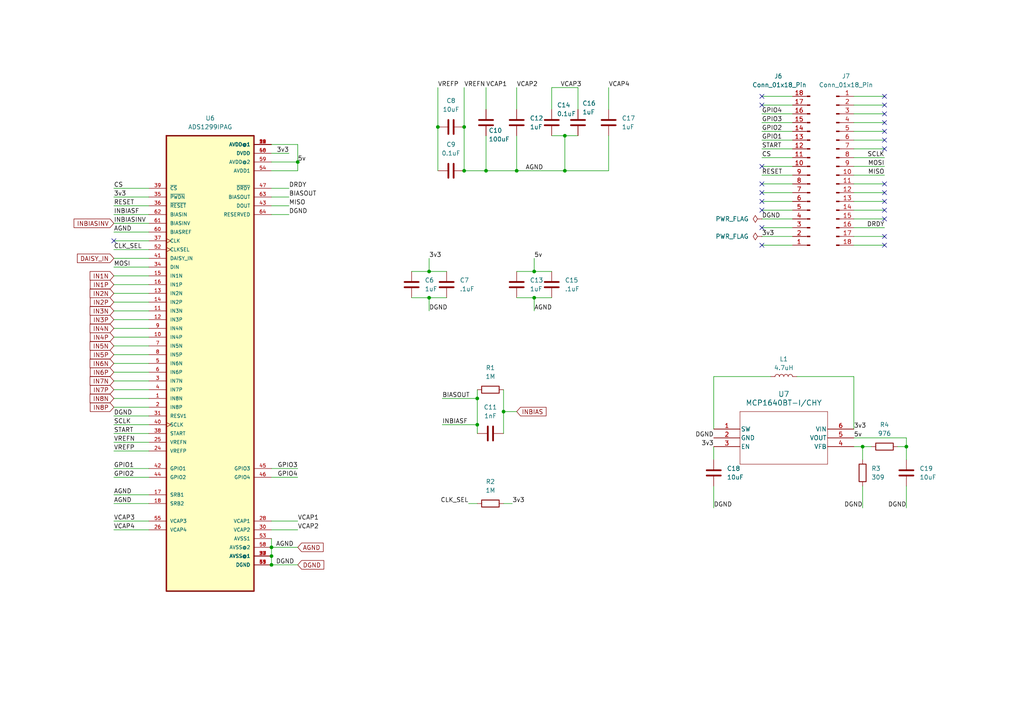
<source format=kicad_sch>
(kicad_sch (version 20231120) (generator "eeschema") (generator_version "8.0")
  (paper "A4")
  (lib_symbols
    (symbol "ADS1299:ADS1299IPAG" (pin_names (offset 1.016))
      (property "Reference" "U" (at -12.7 67.04 0))
      (property "Value" "ADS1299IPAG" (at -12.7 -70.04 0))
      (symbol "ADS1299IPAG_0_0"
        (rectangle (start -12.7 -66.04) (end 12.7 66.04) (stroke (width 0.41)) (fill (type background)))
        (pin input line (at -17.78 -10.16 0) (length 5.08) (name "IN8N") (number "1"))
        (pin input line (at -17.78 7.62 0) (length 5.08) (name "IN4P") (number "10"))
        (pin input line (at -17.78 15.24 0) (length 5.08) (name "IN3N") (number "11"))
        (pin input line (at -17.78 12.7 0) (length 5.08) (name "IN3P") (number "12"))
        (pin input line (at -17.78 20.32 0) (length 5.08) (name "IN2N") (number "13"))
        (pin input line (at -17.78 17.78 0) (length 5.08) (name "IN2P") (number "14"))
        (pin input line (at -17.78 25.4 0) (length 5.08) (name "IN1N") (number "15"))
        (pin input line (at -17.78 22.86 0) (length 5.08) (name "IN1P") (number "16"))
        (pin bidirectional line (at -17.78 -38.1 0) (length 5.08) (name "SRB1") (number "17"))
        (pin bidirectional line (at -17.78 -40.64 0) (length 5.08) (name "SRB2") (number "18"))
        (pin power_in line (at 17.78 63.5 180) (length 5.08) (name "AVDD@1") (number "19"))
        (pin input line (at -17.78 -12.7 0) (length 5.08) (name "IN8P") (number "2"))
        (pin power_in line (at 17.78 -55.88 180) (length 5.08) (name "AVSS@1") (number "20"))
        (pin power_in line (at 17.78 63.5 180) (length 5.08) (name "AVDD@1") (number "21"))
        (pin power_in line (at 17.78 63.5 180) (length 5.08) (name "AVDD@1") (number "22"))
        (pin power_in line (at 17.78 -55.88 180) (length 5.08) (name "AVSS@1") (number "23"))
        (pin input line (at -17.78 -25.4 0) (length 5.08) (name "VREFP") (number "24"))
        (pin input line (at -17.78 -22.86 0) (length 5.08) (name "VREFN") (number "25"))
        (pin bidirectional line (at -17.78 -48.26 0) (length 5.08) (name "VCAP4") (number "26"))
        (pin output line (at 17.78 -45.72 180) (length 5.08) (name "VCAP1") (number "28"))
        (pin input line (at -17.78 -5.08 0) (length 5.08) (name "IN7N") (number "3"))
        (pin output line (at 17.78 -48.26 180) (length 5.08) (name "VCAP2") (number "30"))
        (pin input line (at -17.78 -15.24 0) (length 5.08) (name "RESV1") (number "31"))
        (pin power_in line (at 17.78 -55.88 180) (length 5.08) (name "AVSS@1") (number "32"))
        (pin power_in line (at 17.78 -58.42 180) (length 5.08) (name "DGND") (number "33"))
        (pin input line (at -17.78 27.94 0) (length 5.08) (name "DIN") (number "34"))
        (pin input line (at -17.78 48.26 0) (length 5.08) (name "~{PWDN}") (number "35"))
        (pin input line (at -17.78 45.72 0) (length 5.08) (name "~{RESET}") (number "36"))
        (pin input clock (at -17.78 35.56 0) (length 5.08) (name "CLK") (number "37"))
        (pin input line (at -17.78 -20.32 0) (length 5.08) (name "START") (number "38"))
        (pin input line (at -17.78 50.8 0) (length 5.08) (name "~{CS}") (number "39"))
        (pin input line (at -17.78 -7.62 0) (length 5.08) (name "IN7P") (number "4"))
        (pin input clock (at -17.78 -17.78 0) (length 5.08) (name "SCLK") (number "40"))
        (pin input line (at -17.78 30.48 0) (length 5.08) (name "DAISY_IN") (number "41"))
        (pin bidirectional line (at -17.78 -30.48 0) (length 5.08) (name "GPIO1") (number "42"))
        (pin output line (at 17.78 45.72 180) (length 5.08) (name "DOUT") (number "43"))
        (pin bidirectional line (at -17.78 -33.02 0) (length 5.08) (name "GPIO2") (number "44"))
        (pin bidirectional line (at 17.78 -30.48 180) (length 5.08) (name "GPIO3") (number "45"))
        (pin bidirectional line (at 17.78 -33.02 180) (length 5.08) (name "GPIO4") (number "46"))
        (pin output line (at 17.78 50.8 180) (length 5.08) (name "~{DRDY}") (number "47"))
        (pin power_in line (at 17.78 60.96 180) (length 5.08) (name "DVDD") (number "48"))
        (pin power_in line (at 17.78 -58.42 180) (length 5.08) (name "DGND") (number "49"))
        (pin input line (at -17.78 0 0) (length 5.08) (name "IN6N") (number "5"))
        (pin power_in line (at 17.78 60.96 180) (length 5.08) (name "DVDD") (number "50"))
        (pin power_in line (at 17.78 -58.42 180) (length 5.08) (name "DGND") (number "51"))
        (pin input clock (at -17.78 33.02 0) (length 5.08) (name "CLKSEL") (number "52"))
        (pin power_in line (at 17.78 -50.8 180) (length 5.08) (name "AVSS1") (number "53"))
        (pin power_in line (at 17.78 55.88 180) (length 5.08) (name "AVDD1") (number "54"))
        (pin bidirectional line (at -17.78 -45.72 0) (length 5.08) (name "VCAP3") (number "55"))
        (pin power_in line (at 17.78 63.5 180) (length 5.08) (name "AVDD@1") (number "56"))
        (pin power_in line (at 17.78 -55.88 180) (length 5.08) (name "AVSS@1") (number "57"))
        (pin power_in line (at 17.78 -53.34 180) (length 5.08) (name "AVSS@2") (number "58"))
        (pin power_in line (at 17.78 58.42 180) (length 5.08) (name "AVDD@2") (number "59"))
        (pin input line (at -17.78 -2.54 0) (length 5.08) (name "IN6P") (number "6"))
        (pin input line (at -17.78 38.1 0) (length 5.08) (name "BIASREF") (number "60"))
        (pin input line (at -17.78 40.64 0) (length 5.08) (name "BIASINV") (number "61"))
        (pin input line (at -17.78 43.18 0) (length 5.08) (name "BIASIN") (number "62"))
        (pin output line (at 17.78 48.26 180) (length 5.08) (name "BIASOUT") (number "63"))
        (pin output line (at 17.78 43.18 180) (length 5.08) (name "RESERVED") (number "64"))
        (pin input line (at -17.78 5.08 0) (length 5.08) (name "IN5N") (number "7"))
        (pin input line (at -17.78 2.54 0) (length 5.08) (name "IN5P") (number "8"))
        (pin input line (at -17.78 10.16 0) (length 5.08) (name "IN4N") (number "9"))
      )
    )
    (symbol "Connector:Conn_01x18_Pin" (pin_names (offset 1.016) hide)
      (property "Reference" "J" (at 0 22.86 0))
      (property "Value" "Conn_01x18_Pin" (at 0 -25.4 0))
      (symbol "Conn_01x18_Pin_1_1"
        (polyline (pts (xy 1.27 -22.86) (xy 0.8636 -22.86)) (stroke (width 0.1524)))
        (polyline (pts (xy 1.27 -20.32) (xy 0.8636 -20.32)) (stroke (width 0.1524)))
        (polyline (pts (xy 1.27 -17.78) (xy 0.8636 -17.78)) (stroke (width 0.1524)))
        (polyline (pts (xy 1.27 -15.24) (xy 0.8636 -15.24)) (stroke (width 0.1524)))
        (polyline (pts (xy 1.27 -12.7) (xy 0.8636 -12.7)) (stroke (width 0.1524)))
        (polyline (pts (xy 1.27 -10.16) (xy 0.8636 -10.16)) (stroke (width 0.1524)))
        (polyline (pts (xy 1.27 -7.62) (xy 0.8636 -7.62)) (stroke (width 0.1524)))
        (polyline (pts (xy 1.27 -5.08) (xy 0.8636 -5.08)) (stroke (width 0.1524)))
        (polyline (pts (xy 1.27 -2.54) (xy 0.8636 -2.54)) (stroke (width 0.1524)))
        (polyline (pts (xy 1.27 0) (xy 0.8636 0)) (stroke (width 0.1524)))
        (polyline (pts (xy 1.27 2.54) (xy 0.8636 2.54)) (stroke (width 0.1524)))
        (polyline (pts (xy 1.27 5.08) (xy 0.8636 5.08)) (stroke (width 0.1524)))
        (polyline (pts (xy 1.27 7.62) (xy 0.8636 7.62)) (stroke (width 0.1524)))
        (polyline (pts (xy 1.27 10.16) (xy 0.8636 10.16)) (stroke (width 0.1524)))
        (polyline (pts (xy 1.27 12.7) (xy 0.8636 12.7)) (stroke (width 0.1524)))
        (polyline (pts (xy 1.27 15.24) (xy 0.8636 15.24)) (stroke (width 0.1524)))
        (polyline (pts (xy 1.27 17.78) (xy 0.8636 17.78)) (stroke (width 0.1524)))
        (polyline (pts (xy 1.27 20.32) (xy 0.8636 20.32)) (stroke (width 0.1524)))
        (rectangle (start 0.8636 -22.733) (end 0 -22.987) (stroke (width 0.1524)) (fill (type outline)))
        (rectangle (start 0.8636 -20.193) (end 0 -20.447) (stroke (width 0.1524)) (fill (type outline)))
        (rectangle (start 0.8636 -17.653) (end 0 -17.907) (stroke (width 0.1524)) (fill (type outline)))
        (rectangle (start 0.8636 -15.113) (end 0 -15.367) (stroke (width 0.1524)) (fill (type outline)))
        (rectangle (start 0.8636 -12.573) (end 0 -12.827) (stroke (width 0.1524)) (fill (type outline)))
        (rectangle (start 0.8636 -10.033) (end 0 -10.287) (stroke (width 0.1524)) (fill (type outline)))
        (rectangle (start 0.8636 -7.493) (end 0 -7.747) (stroke (width 0.1524)) (fill (type outline)))
        (rectangle (start 0.8636 -4.953) (end 0 -5.207) (stroke (width 0.1524)) (fill (type outline)))
        (rectangle (start 0.8636 -2.413) (end 0 -2.667) (stroke (width 0.1524)) (fill (type outline)))
        (rectangle (start 0.8636 0.127) (end 0 -0.127) (stroke (width 0.1524)) (fill (type outline)))
        (rectangle (start 0.8636 2.667) (end 0 2.413) (stroke (width 0.1524)) (fill (type outline)))
        (rectangle (start 0.8636 5.207) (end 0 4.953) (stroke (width 0.1524)) (fill (type outline)))
        (rectangle (start 0.8636 7.747) (end 0 7.493) (stroke (width 0.1524)) (fill (type outline)))
        (rectangle (start 0.8636 10.287) (end 0 10.033) (stroke (width 0.1524)) (fill (type outline)))
        (rectangle (start 0.8636 12.827) (end 0 12.573) (stroke (width 0.1524)) (fill (type outline)))
        (rectangle (start 0.8636 15.367) (end 0 15.113) (stroke (width 0.1524)) (fill (type outline)))
        (rectangle (start 0.8636 17.907) (end 0 17.653) (stroke (width 0.1524)) (fill (type outline)))
        (rectangle (start 0.8636 20.447) (end 0 20.193) (stroke (width 0.1524)) (fill (type outline)))
        (pin passive line (at 5.08 20.32 180) (length 3.81) (name "Pin_1") (number "1"))
        (pin passive line (at 5.08 -2.54 180) (length 3.81) (name "Pin_10") (number "10"))
        (pin passive line (at 5.08 -5.08 180) (length 3.81) (name "Pin_11") (number "11"))
        (pin passive line (at 5.08 -7.62 180) (length 3.81) (name "Pin_12") (number "12"))
        (pin passive line (at 5.08 -10.16 180) (length 3.81) (name "Pin_13") (number "13"))
        (pin passive line (at 5.08 -12.7 180) (length 3.81) (name "Pin_14") (number "14"))
        (pin passive line (at 5.08 -15.24 180) (length 3.81) (name "Pin_15") (number "15"))
        (pin passive line (at 5.08 -17.78 180) (length 3.81) (name "Pin_16") (number "16"))
        (pin passive line (at 5.08 -20.32 180) (length 3.81) (name "Pin_17") (number "17"))
        (pin passive line (at 5.08 -22.86 180) (length 3.81) (name "Pin_18") (number "18"))
        (pin passive line (at 5.08 17.78 180) (length 3.81) (name "Pin_2") (number "2"))
        (pin passive line (at 5.08 15.24 180) (length 3.81) (name "Pin_3") (number "3"))
        (pin passive line (at 5.08 12.7 180) (length 3.81) (name "Pin_4") (number "4"))
        (pin passive line (at 5.08 10.16 180) (length 3.81) (name "Pin_5") (number "5"))
        (pin passive line (at 5.08 7.62 180) (length 3.81) (name "Pin_6") (number "6"))
        (pin passive line (at 5.08 5.08 180) (length 3.81) (name "Pin_7") (number "7"))
        (pin passive line (at 5.08 2.54 180) (length 3.81) (name "Pin_8") (number "8"))
        (pin passive line (at 5.08 0 180) (length 3.81) (name "Pin_9") (number "9"))
      )
    )
    (symbol "Device:C" (pin_numbers hide) (pin_names (offset 0.254))
      (property "Reference" "C" (at 0.635 2.54 0))
      (property "Value" "C" (at 0.635 -2.54 0))
      (symbol "C_0_1"
        (polyline (pts (xy -2.032 -0.762) (xy 2.032 -0.762)) (stroke (width 0.508)))
        (polyline (pts (xy -2.032 0.762) (xy 2.032 0.762)) (stroke (width 0.508)))
      )
      (symbol "C_1_1"
        (pin passive line (at 0 3.81 270) (length 2.794) (name "~") (number "1"))
        (pin passive line (at 0 -3.81 90) (length 2.794) (name "~") (number "2"))
      )
    )
    (symbol "Device:L" (pin_numbers hide) (pin_names (offset 1.016) hide)
      (property "Reference" "L" (at -1.27 0 90))
      (property "Value" "L" (at 1.905 0 90))
      (symbol "L_0_1"
        (arc (start 0 -2.54) (mid 0.6323 -1.905) (end 0 -1.27))
        (arc (start 0 -1.27) (mid 0.6323 -0.635) (end 0 0))
        (arc (start 0 0) (mid 0.6323 0.635) (end 0 1.27))
        (arc (start 0 1.27) (mid 0.6323 1.905) (end 0 2.54))
      )
      (symbol "L_1_1"
        (pin passive line (at 0 3.81 270) (length 1.27) (name "1") (number "1"))
        (pin passive line (at 0 -3.81 90) (length 1.27) (name "2") (number "2"))
      )
    )
    (symbol "Device:R" (pin_numbers hide) (pin_names (offset 0))
      (property "Reference" "R" (at 2.032 0 90))
      (property "Value" "R" (at 0 0 90))
      (symbol "R_0_1"
        (rectangle (start -1.016 -2.54) (end 1.016 2.54) (stroke (width 0.254)))
      )
      (symbol "R_1_1"
        (pin passive line (at 0 3.81 270) (length 1.27) (name "~") (number "1"))
        (pin passive line (at 0 -3.81 90) (length 1.27) (name "~") (number "2"))
      )
    )
    (symbol "MCP1640BT:MCP1640BT-I_CHY" (pin_names (offset 0.254))
      (property "Reference" "U" (at 20.32 10.16 0))
      (property "Value" "MCP1640BT-I/CHY" (at 20.32 7.62 0))
      (symbol "MCP1640BT-I_CHY_0_1"
        (polyline (pts (xy 7.62 -10.16) (xy 33.02 -10.16)) (stroke (width 0.127)))
        (polyline (pts (xy 7.62 5.08) (xy 7.62 -10.16)) (stroke (width 0.127)))
        (polyline (pts (xy 33.02 -10.16) (xy 33.02 5.08)) (stroke (width 0.127)))
        (polyline (pts (xy 33.02 5.08) (xy 7.62 5.08)) (stroke (width 0.127)))
        (pin input line (at 0 0 0) (length 7.62) (name "SW") (number "1"))
        (pin power_in line (at 0 -2.54 0) (length 7.62) (name "GND") (number "2"))
        (pin input line (at 0 -5.08 0) (length 7.62) (name "EN") (number "3"))
        (pin unspecified line (at 40.64 -5.08 180) (length 7.62) (name "VFB") (number "4"))
        (pin output line (at 40.64 -2.54 180) (length 7.62) (name "VOUT") (number "5"))
        (pin input line (at 40.64 0 180) (length 7.62) (name "VIN") (number "6"))
      )
    )
    (symbol "power:PWR_FLAG" (power) (pin_numbers hide) (pin_names (offset 0) hide)
      (property "Value" "PWR_FLAG" (at 0 3.81 0))
      (symbol "PWR_FLAG_0_0"
        (pin power_out line (at 0 0 90) (length 0) (name "~") (number "1"))
      )
      (symbol "PWR_FLAG_0_1"
        (polyline (pts (xy 0 0) (xy 0 1.27) (xy -1.016 1.905) (xy 0 2.54) (xy 1.016 1.905) (xy 0 1.27)))
      )
    )
  )
  (junction (at 154.94 86.36))
  (junction (at 163.83 49.53))
  (junction (at 138.43 115.57))
  (junction (at 127 36.83))
  (junction (at 146.05 119.38))
  (junction (at 78.74 161.29))
  (junction (at 124.46 86.36))
  (junction (at 86.36 46.99))
  (junction (at 154.94 78.74))
  (junction (at 134.62 49.53))
  (junction (at 262.89 129.54))
  (junction (at 140.97 49.53))
  (junction (at 163.83 39.37))
  (junction (at 78.74 163.83))
  (junction (at 124.46 78.74))
  (junction (at 78.74 158.75))
  (junction (at 138.43 123.19))
  (junction (at 134.62 36.83))
  (junction (at 250.19 129.54))
  (junction (at 149.86 49.53))
  (no_connect (at 220.98 66.04))
  (no_connect (at 256.54 58.42))
  (no_connect (at 220.98 30.48))
  (no_connect (at 220.98 55.88))
  (no_connect (at 220.98 48.26))
  (no_connect (at 220.98 53.34))
  (no_connect (at 256.54 30.48))
  (no_connect (at 256.54 43.18))
  (no_connect (at 220.98 71.12))
  (no_connect (at 256.54 63.5))
  (no_connect (at 256.54 60.96))
  (no_connect (at 220.98 27.94))
  (no_connect (at 256.54 27.94))
  (no_connect (at 256.54 35.56))
  (no_connect (at 33.02 69.85))
  (no_connect (at 256.54 40.64))
  (no_connect (at 256.54 68.58))
  (no_connect (at 256.54 38.1))
  (no_connect (at 256.54 71.12))
  (no_connect (at 256.54 55.88))
  (no_connect (at 256.54 33.02))
  (no_connect (at 220.98 58.42))
  (no_connect (at 256.54 53.34))
  (no_connect (at 220.98 60.96))
  (wire (pts (xy 33.02 151.13) (xy 43.18 151.13)))
  (wire (pts (xy 220.98 40.64) (xy 229.87 40.64)))
  (wire (pts (xy 78.74 163.83) (xy 78.74 161.29)))
  (wire (pts (xy 231.14 109.22) (xy 247.65 109.22)))
  (wire (pts (xy 33.02 105.41) (xy 43.18 105.41)))
  (wire (pts (xy 163.83 39.37) (xy 163.83 49.53)))
  (wire (pts (xy 247.65 35.56) (xy 256.54 35.56)))
  (wire (pts (xy 220.98 45.72) (xy 229.87 45.72)))
  (wire (pts (xy 140.97 39.37) (xy 140.97 49.53)))
  (wire (pts (xy 78.74 59.69) (xy 83.82 59.69)))
  (wire (pts (xy 250.19 129.54) (xy 250.19 133.35)))
  (wire (pts (xy 247.65 58.42) (xy 256.54 58.42)))
  (wire (pts (xy 207.01 124.46) (xy 207.01 109.22)))
  (wire (pts (xy 33.02 95.25) (xy 43.18 95.25)))
  (wire (pts (xy 78.74 138.43) (xy 86.36 138.43)))
  (wire (pts (xy 138.43 113.03) (xy 138.43 115.57)))
  (wire (pts (xy 33.02 62.23) (xy 43.18 62.23)))
  (wire (pts (xy 176.53 25.4) (xy 176.53 31.75)))
  (wire (pts (xy 262.89 140.97) (xy 262.89 147.32)))
  (wire (pts (xy 124.46 78.74) (xy 129.54 78.74)))
  (wire (pts (xy 146.05 113.03) (xy 146.05 119.38)))
  (wire (pts (xy 33.02 113.03) (xy 43.18 113.03)))
  (wire (pts (xy 149.86 25.4) (xy 149.86 31.75)))
  (wire (pts (xy 247.65 27.94) (xy 256.54 27.94)))
  (wire (pts (xy 149.86 49.53) (xy 140.97 49.53)))
  (wire (pts (xy 78.74 54.61) (xy 83.82 54.61)))
  (wire (pts (xy 33.02 64.77) (xy 43.18 64.77)))
  (wire (pts (xy 247.65 33.02) (xy 256.54 33.02)))
  (wire (pts (xy 78.74 49.53) (xy 86.36 49.53)))
  (wire (pts (xy 134.62 49.53) (xy 134.62 36.83)))
  (wire (pts (xy 78.74 135.89) (xy 86.36 135.89)))
  (wire (pts (xy 247.65 66.04) (xy 256.54 66.04)))
  (wire (pts (xy 119.38 86.36) (xy 124.46 86.36)))
  (wire (pts (xy 220.98 48.26) (xy 229.87 48.26)))
  (wire (pts (xy 33.02 102.87) (xy 43.18 102.87)))
  (wire (pts (xy 220.98 30.48) (xy 229.87 30.48)))
  (wire (pts (xy 220.98 68.58) (xy 229.87 68.58)))
  (wire (pts (xy 134.62 36.83) (xy 134.62 25.4)))
  (wire (pts (xy 124.46 74.93) (xy 124.46 78.74)))
  (wire (pts (xy 160.02 39.37) (xy 163.83 39.37)))
  (wire (pts (xy 146.05 119.38) (xy 149.86 119.38)))
  (wire (pts (xy 220.98 63.5) (xy 229.87 63.5)))
  (wire (pts (xy 220.98 50.8) (xy 229.87 50.8)))
  (wire (pts (xy 138.43 115.57) (xy 138.43 123.19)))
  (wire (pts (xy 220.98 33.02) (xy 229.87 33.02)))
  (wire (pts (xy 33.02 123.19) (xy 43.18 123.19)))
  (wire (pts (xy 78.74 158.75) (xy 78.74 161.29)))
  (wire (pts (xy 149.86 39.37) (xy 149.86 49.53)))
  (wire (pts (xy 154.94 86.36) (xy 160.02 86.36)))
  (wire (pts (xy 220.98 66.04) (xy 229.87 66.04)))
  (wire (pts (xy 33.02 135.89) (xy 43.18 135.89)))
  (wire (pts (xy 262.89 129.54) (xy 260.35 129.54)))
  (wire (pts (xy 78.74 156.21) (xy 78.74 158.75)))
  (wire (pts (xy 127 36.83) (xy 127 49.53)))
  (wire (pts (xy 220.98 35.56) (xy 229.87 35.56)))
  (wire (pts (xy 33.02 115.57) (xy 43.18 115.57)))
  (wire (pts (xy 78.74 46.99) (xy 86.36 46.99)))
  (wire (pts (xy 154.94 86.36) (xy 154.94 90.17)))
  (wire (pts (xy 33.02 85.09) (xy 43.18 85.09)))
  (wire (pts (xy 220.98 38.1) (xy 229.87 38.1)))
  (wire (pts (xy 33.02 138.43) (xy 43.18 138.43)))
  (wire (pts (xy 207.01 140.97) (xy 207.01 147.32)))
  (wire (pts (xy 220.98 55.88) (xy 229.87 55.88)))
  (wire (pts (xy 78.74 44.45) (xy 83.82 44.45)))
  (wire (pts (xy 33.02 97.79) (xy 43.18 97.79)))
  (wire (pts (xy 78.74 163.83) (xy 86.36 163.83)))
  (wire (pts (xy 149.86 49.53) (xy 163.83 49.53)))
  (wire (pts (xy 247.65 127) (xy 262.89 127)))
  (wire (pts (xy 154.94 74.93) (xy 154.94 78.74)))
  (wire (pts (xy 176.53 39.37) (xy 176.53 49.53)))
  (wire (pts (xy 207.01 129.54) (xy 207.01 133.35)))
  (wire (pts (xy 247.65 45.72) (xy 256.54 45.72)))
  (wire (pts (xy 78.74 62.23) (xy 83.82 62.23)))
  (wire (pts (xy 124.46 86.36) (xy 129.54 86.36)))
  (wire (pts (xy 33.02 82.55) (xy 43.18 82.55)))
  (wire (pts (xy 128.27 115.57) (xy 138.43 115.57)))
  (wire (pts (xy 78.74 41.91) (xy 86.36 41.91)))
  (wire (pts (xy 250.19 140.97) (xy 250.19 147.32)))
  (wire (pts (xy 220.98 27.94) (xy 229.87 27.94)))
  (wire (pts (xy 247.65 40.64) (xy 256.54 40.64)))
  (wire (pts (xy 160.02 25.4) (xy 167.64 25.4)))
  (wire (pts (xy 135.89 146.05) (xy 138.43 146.05)))
  (wire (pts (xy 33.02 110.49) (xy 43.18 110.49)))
  (wire (pts (xy 247.65 60.96) (xy 256.54 60.96)))
  (wire (pts (xy 220.98 60.96) (xy 229.87 60.96)))
  (wire (pts (xy 247.65 38.1) (xy 256.54 38.1)))
  (wire (pts (xy 119.38 78.74) (xy 124.46 78.74)))
  (wire (pts (xy 247.65 55.88) (xy 256.54 55.88)))
  (wire (pts (xy 33.02 59.69) (xy 43.18 59.69)))
  (wire (pts (xy 167.64 25.4) (xy 167.64 31.75)))
  (wire (pts (xy 78.74 57.15) (xy 83.82 57.15)))
  (wire (pts (xy 247.65 63.5) (xy 256.54 63.5)))
  (wire (pts (xy 220.98 58.42) (xy 229.87 58.42)))
  (wire (pts (xy 247.65 30.48) (xy 256.54 30.48)))
  (wire (pts (xy 33.02 146.05) (xy 43.18 146.05)))
  (wire (pts (xy 33.02 69.85) (xy 43.18 69.85)))
  (wire (pts (xy 140.97 25.4) (xy 140.97 31.75)))
  (wire (pts (xy 33.02 130.81) (xy 43.18 130.81)))
  (wire (pts (xy 86.36 46.99) (xy 86.36 49.53)))
  (wire (pts (xy 33.02 128.27) (xy 43.18 128.27)))
  (wire (pts (xy 146.05 146.05) (xy 148.59 146.05)))
  (wire (pts (xy 78.74 151.13) (xy 86.36 151.13)))
  (wire (pts (xy 163.83 39.37) (xy 167.64 39.37)))
  (wire (pts (xy 33.02 57.15) (xy 43.18 57.15)))
  (wire (pts (xy 33.02 92.71) (xy 43.18 92.71)))
  (wire (pts (xy 149.86 78.74) (xy 154.94 78.74)))
  (wire (pts (xy 33.02 143.51) (xy 43.18 143.51)))
  (wire (pts (xy 33.02 90.17) (xy 43.18 90.17)))
  (wire (pts (xy 220.98 43.18) (xy 229.87 43.18)))
  (wire (pts (xy 33.02 80.01) (xy 43.18 80.01)))
  (wire (pts (xy 146.05 119.38) (xy 146.05 125.73)))
  (wire (pts (xy 160.02 25.4) (xy 160.02 31.75)))
  (wire (pts (xy 247.65 50.8) (xy 256.54 50.8)))
  (wire (pts (xy 262.89 129.54) (xy 262.89 127)))
  (wire (pts (xy 138.43 123.19) (xy 138.43 125.73)))
  (wire (pts (xy 33.02 67.31) (xy 43.18 67.31)))
  (wire (pts (xy 33.02 87.63) (xy 43.18 87.63)))
  (wire (pts (xy 247.65 71.12) (xy 256.54 71.12)))
  (wire (pts (xy 124.46 86.36) (xy 124.46 90.17)))
  (wire (pts (xy 127 25.4) (xy 127 36.83)))
  (wire (pts (xy 250.19 129.54) (xy 252.73 129.54)))
  (wire (pts (xy 33.02 107.95) (xy 43.18 107.95)))
  (wire (pts (xy 86.36 41.91) (xy 86.36 46.99)))
  (wire (pts (xy 247.65 68.58) (xy 256.54 68.58)))
  (wire (pts (xy 33.02 77.47) (xy 43.18 77.47)))
  (wire (pts (xy 33.02 54.61) (xy 43.18 54.61)))
  (wire (pts (xy 140.97 49.53) (xy 134.62 49.53)))
  (wire (pts (xy 33.02 100.33) (xy 43.18 100.33)))
  (wire (pts (xy 154.94 78.74) (xy 160.02 78.74)))
  (wire (pts (xy 220.98 71.12) (xy 229.87 71.12)))
  (wire (pts (xy 33.02 153.67) (xy 43.18 153.67)))
  (wire (pts (xy 247.65 43.18) (xy 256.54 43.18)))
  (wire (pts (xy 247.65 53.34) (xy 256.54 53.34)))
  (wire (pts (xy 33.02 125.73) (xy 43.18 125.73)))
  (wire (pts (xy 33.02 118.11) (xy 43.18 118.11)))
  (wire (pts (xy 33.02 72.39) (xy 43.18 72.39)))
  (wire (pts (xy 33.02 74.93) (xy 43.18 74.93)))
  (wire (pts (xy 176.53 49.53) (xy 163.83 49.53)))
  (wire (pts (xy 247.65 109.22) (xy 247.65 124.46)))
  (wire (pts (xy 149.86 86.36) (xy 154.94 86.36)))
  (wire (pts (xy 262.89 133.35) (xy 262.89 129.54)))
  (wire (pts (xy 33.02 120.65) (xy 43.18 120.65)))
  (wire (pts (xy 207.01 109.22) (xy 223.52 109.22)))
  (wire (pts (xy 220.98 53.34) (xy 229.87 53.34)))
  (wire (pts (xy 128.27 123.19) (xy 138.43 123.19)))
  (wire (pts (xy 247.65 48.26) (xy 256.54 48.26)))
  (wire (pts (xy 78.74 158.75) (xy 86.36 158.75)))
  (wire (pts (xy 247.65 129.54) (xy 250.19 129.54)))
  (wire (pts (xy 78.74 153.67) (xy 86.36 153.67)))
  (label "AGND" (at 33.02 67.31 0))
  (label "VCAP4" (at 33.02 153.67 0))
  (label "GPIO4" (at 220.98 33.02 0))
  (label "DGND" (at 207.01 147.32 0))
  (label "3v3" (at 207.01 129.54 180))
  (label "DGND" (at 124.46 90.17 0))
  (label "VCAP3" (at 162.56 25.4 0))
  (label "INBIASF" (at 128.27 123.19 0))
  (label "CLK_SEL" (at 33.02 72.39 0))
  (label "5v" (at 247.65 127 0))
  (label "AGND" (at 152.4 49.53 0))
  (label "MISO" (at 256.54 50.8 180))
  (label "VREFP" (at 33.02 130.81 0))
  (label "SCLK" (at 256.54 45.72 180))
  (label "VREFP" (at 127 25.4 0))
  (label "GPIO1" (at 220.98 40.64 0))
  (label "RESET" (at 220.98 50.8 0))
  (label "BIASOUT" (at 83.82 57.15 0))
  (label "VCAP2" (at 149.86 25.4 0))
  (label "3v3" (at 124.46 74.93 0))
  (label "3v3" (at 247.65 124.46 0))
  (label "VREFN" (at 33.02 128.27 0))
  (label "CLK_SEL" (at 135.89 146.05 180))
  (label "AGND" (at 80.01 158.75 0))
  (label "VCAP1" (at 140.97 25.4 0))
  (label "AGND" (at 33.02 143.51 0))
  (label "INBIASF" (at 33.02 62.23 0))
  (label "3v3" (at 83.82 44.45 180))
  (label "CS" (at 220.98 45.72 0))
  (label "GPIO4" (at 86.36 138.43 180))
  (label "MOSI" (at 33.02 77.47 0))
  (label "START" (at 220.98 43.18 0))
  (label "AGND" (at 154.94 90.17 0))
  (label "INBIASINV" (at 33.02 64.77 0))
  (label "3v3" (at 33.02 57.15 0))
  (label "START" (at 33.02 125.73 0))
  (label "DRDY" (at 256.54 66.04 180))
  (label "GPIO3" (at 86.36 135.89 180))
  (label "VCAP4" (at 176.53 25.4 0))
  (label "5v" (at 86.36 46.99 0))
  (label "5v" (at 154.94 74.93 0))
  (label "RESET" (at 33.02 59.69 0))
  (label "VREFN" (at 134.62 25.4 0))
  (label "DGND" (at 207.01 127 180))
  (label "VCAP3" (at 33.02 151.13 0))
  (label "MOSI" (at 256.54 48.26 180))
  (label "DGND" (at 250.19 147.32 180))
  (label "DGND" (at 33.02 120.65 0))
  (label "CS" (at 33.02 54.61 0))
  (label "3v3" (at 220.98 68.58 0))
  (label "DGND" (at 220.98 63.5 0))
  (label "BIASOUT" (at 128.27 115.57 0))
  (label "GPIO1" (at 33.02 135.89 0))
  (label "SCLK" (at 33.02 123.19 0))
  (label "GPIO2" (at 220.98 38.1 0))
  (label "DGND" (at 262.89 147.32 180))
  (label "DGND" (at 83.82 62.23 0))
  (label "GPIO2" (at 33.02 138.43 0))
  (label "MISO" (at 83.82 59.69 0))
  (label "DRDY" (at 83.82 54.61 0))
  (label "DGND" (at 80.01 163.83 0))
  (label "VCAP2" (at 86.36 153.67 0))
  (label "GPIO3" (at 220.98 35.56 0))
  (label "AGND" (at 33.02 146.05 0))
  (label "3v3" (at 148.59 146.05 0))
  (label "VCAP1" (at 86.36 151.13 0))
  (global_label "IN3P" (shape input) (at 33.02 92.71 180) (property "Intersheetrefs" "${INTERSHEET_REFS}" (effects (hide yes))))
  (global_label "IN1P" (shape input) (at 33.02 82.55 180) (property "Intersheetrefs" "${INTERSHEET_REFS}" (effects (hide yes))))
  (global_label "IN2N" (shape input) (at 33.02 85.09 180) (property "Intersheetrefs" "${INTERSHEET_REFS}" (effects (hide yes))))
  (global_label "AGND" (shape input) (at 86.36 158.75 0) (property "Intersheetrefs" "${INTERSHEET_REFS}" (effects (hide yes))))
  (global_label "IN1N" (shape input) (at 33.02 80.01 180) (property "Intersheetrefs" "${INTERSHEET_REFS}" (effects (hide yes))))
  (global_label "IN4P" (shape input) (at 33.02 97.79 180) (property "Intersheetrefs" "${INTERSHEET_REFS}" (effects (hide yes))))
  (global_label "IN2P" (shape input) (at 33.02 87.63 180) (property "Intersheetrefs" "${INTERSHEET_REFS}" (effects (hide yes))))
  (global_label "IN4N" (shape input) (at 33.02 95.25 180) (property "Intersheetrefs" "${INTERSHEET_REFS}" (effects (hide yes))))
  (global_label "IN7N" (shape input) (at 33.02 110.49 180) (property "Intersheetrefs" "${INTERSHEET_REFS}" (effects (hide yes))))
  (global_label "IN3N" (shape input) (at 33.02 90.17 180) (property "Intersheetrefs" "${INTERSHEET_REFS}" (effects (hide yes))))
  (global_label "IN8P" (shape input) (at 33.02 118.11 180) (property "Intersheetrefs" "${INTERSHEET_REFS}" (effects (hide yes))))
  (global_label "IN6P" (shape input) (at 33.02 107.95 180) (property "Intersheetrefs" "${INTERSHEET_REFS}" (effects (hide yes))))
  (global_label "IN6N" (shape input) (at 33.02 105.41 180) (property "Intersheetrefs" "${INTERSHEET_REFS}" (effects (hide yes))))
  (global_label "DAISY_IN" (shape input) (at 33.02 74.93 180) (property "Intersheetrefs" "${INTERSHEET_REFS}" (effects (hide yes))))
  (global_label "IN5P" (shape input) (at 33.02 102.87 180) (property "Intersheetrefs" "${INTERSHEET_REFS}" (effects (hide yes))))
  (global_label "IN5N" (shape input) (at 33.02 100.33 180) (property "Intersheetrefs" "${INTERSHEET_REFS}" (effects (hide yes))))
  (global_label "DGND" (shape input) (at 86.36 163.83 0) (property "Intersheetrefs" "${INTERSHEET_REFS}" (effects (hide yes))))
  (global_label "INBIAS" (shape input) (at 149.86 119.38 0) (property "Intersheetrefs" "${INTERSHEET_REFS}" (effects (hide yes))))
  (global_label "IN7P" (shape input) (at 33.02 113.03 180) (property "Intersheetrefs" "${INTERSHEET_REFS}" (effects (hide yes))))
  (global_label "INBIASINV" (shape input) (at 33.02 64.77 180) (property "Intersheetrefs" "${INTERSHEET_REFS}" (effects (hide yes))))
  (global_label "IN8N" (shape input) (at 33.02 115.57 180) (property "Intersheetrefs" "${INTERSHEET_REFS}" (effects (hide yes))))
  (symbol (lib_id "MCP1640BT:MCP1640BT-I_CHY") (at 207.01 124.46 0) (unit 1)
    (property "Reference" "U7" (at 227.33 114.3 0) (effects (font (size 1.524 1.524))))
    (property "Value" "MCP1640BT-I/CHY" (at 227.33 116.84 0) (effects (font (size 1.524 1.524))))
    (property "Footprint" "MCP1640:SOT-23-6_MC_MCH" (effects (hide yes)))
    (property "Datasheet" "MCP1640BT-I/CHY" (effects (hide yes)))
  )
  (symbol (lib_id "Device:C") (at 207.01 137.16 180) (unit 1)
    (property "Reference" "C18" (at 210.82 135.8899 0) (effects (justify right)))
    (property "Value" "10uF" (at 210.82 138.4299 0) (effects (justify right)))
    (property "Footprint" "Capacitor_SMD:C_0805_2012Metric" (effects (hide yes)))
    (property "Description" "Unpolarized capacitor" (effects (hide yes)))
  )
  (symbol (lib_id "Device:C") (at 262.89 137.16 0) (unit 1)
    (property "Reference" "C19" (at 266.7 135.8899 0) (effects (justify left)))
    (property "Value" "10uF" (at 266.7 138.4299 0) (effects (justify left)))
    (property "Footprint" "Capacitor_SMD:C_0805_2012Metric" (effects (hide yes)))
    (property "Description" "Unpolarized capacitor" (effects (hide yes)))
  )
  (symbol (lib_id "Device:L") (at 227.33 109.22 90) (unit 1)
    (property "Reference" "L1" (at 227.33 104.14 90))
    (property "Value" "4.7uH" (at 227.33 106.68 90))
    (property "Footprint" "Inductor_SMD:L_0805_2012Metric" (effects (hide yes)))
    (property "Description" "Inductor" (effects (hide yes)))
  )
  (symbol (lib_id "Device:R") (at 250.19 137.16 0) (unit 1)
    (property "Reference" "R3" (at 252.73 135.8899 0) (effects (justify left)))
    (property "Value" "309" (at 252.73 138.4299 0) (effects (justify left)))
    (property "Footprint" "Resistor_SMD:R_0805_2012Metric" (effects (hide yes)))
    (property "Description" "Resistor" (effects (hide yes)))
  )
  (symbol (lib_id "Device:C") (at 167.64 35.56 0) (unit 1)
    (property "Reference" "C16" (at 168.91 29.972 0) (effects (justify left)))
    (property "Value" "1uF" (at 168.91 32.512 0) (effects (justify left)))
    (property "Footprint" "Capacitor_SMD:C_0805_2012Metric" (effects (hide yes)))
    (property "Description" "Unpolarized capacitor" (effects (hide yes)))
  )
  (symbol (lib_id "Device:C") (at 160.02 35.56 180) (unit 1)
    (property "Reference" "C14" (at 161.544 30.48 0) (effects (justify right)))
    (property "Value" "0.1uF" (at 161.544 33.02 0) (effects (justify right)))
    (property "Footprint" "Capacitor_SMD:C_0805_2012Metric" (effects (hide yes)))
    (property "Description" "Unpolarized capacitor" (effects (hide yes)))
  )
  (symbol (lib_id "Device:C") (at 149.86 82.55 0) (unit 1)
    (property "Reference" "C13" (at 153.67 81.2799 0) (effects (justify left)))
    (property "Value" "1uF" (at 153.67 83.8199 0) (effects (justify left)))
    (property "Footprint" "Capacitor_SMD:C_0805_2012Metric" (effects (hide yes)))
    (property "Description" "Unpolarized capacitor" (effects (hide yes)))
  )
  (symbol (lib_id "Device:C") (at 176.53 35.56 0) (unit 1)
    (property "Reference" "C17" (at 180.34 34.2899 0) (effects (justify left)))
    (property "Value" "1uF" (at 180.34 36.8299 0) (effects (justify left)))
    (property "Footprint" "Capacitor_SMD:C_0805_2012Metric" (effects (hide yes)))
    (property "Description" "Unpolarized capacitor" (effects (hide yes)))
  )
  (symbol (lib_id "Device:C") (at 130.81 36.83 90) (unit 1)
    (property "Reference" "C8" (at 130.81 29.21 90))
    (property "Value" "10uF" (at 130.81 31.75 90))
    (property "Footprint" "Capacitor_SMD:C_0805_2012Metric" (effects (hide yes)))
    (property "Description" "Unpolarized capacitor" (effects (hide yes)))
  )
  (symbol (lib_id "Device:R") (at 142.24 146.05 90) (unit 1)
    (property "Reference" "R2" (at 142.24 139.7 90))
    (property "Value" "1M" (at 142.24 142.24 90))
    (property "Footprint" "Resistor_SMD:R_0805_2012Metric" (effects (hide yes)))
    (property "Description" "Resistor" (effects (hide yes)))
  )
  (symbol (lib_id "Device:C") (at 129.54 82.55 0) (unit 1)
    (property "Reference" "C7" (at 133.35 81.2799 0) (effects (justify left)))
    (property "Value" ".1uF" (at 133.35 83.8199 0) (effects (justify left)))
    (property "Footprint" "Capacitor_SMD:C_0805_2012Metric" (effects (hide yes)))
    (property "Description" "Unpolarized capacitor" (effects (hide yes)))
  )
  (symbol (lib_id "Device:R") (at 142.24 113.03 90) (unit 1)
    (property "Reference" "R1" (at 142.24 106.68 90))
    (property "Value" "1M" (at 142.24 109.22 90))
    (property "Footprint" "Resistor_SMD:R_0805_2012Metric" (effects (hide yes)))
    (property "Description" "Resistor" (effects (hide yes)))
  )
  (symbol (lib_id "Device:R") (at 256.54 129.54 90) (unit 1)
    (property "Reference" "R4" (at 256.54 123.19 90))
    (property "Value" "976" (at 256.54 125.73 90))
    (property "Footprint" "Resistor_SMD:R_0805_2012Metric" (effects (hide yes)))
    (property "Description" "Resistor" (effects (hide yes)))
  )
  (symbol (lib_id "ADS1299:ADS1299IPAG") (at 60.96 105.41 0) (unit 1)
    (property "Reference" "U6" (at 60.96 34.29 0))
    (property "Value" "ADS1299IPAG" (at 60.96 36.83 0))
    (property "Footprint" "ADS1299:QFP50P1200X1200X120-64N" (effects (hide yes)))
    (property "MF" "Texas Instruments" (effects (hide yes)))
    (property "Description_1" "\n                        \n                            Low-Noise, 8-Channel, 24-Bit Analog-to-Digital Converter for Biopotential Measurements\n                        \n" (effects (hide yes)))
    (property "Package" "TQFP-64 Texas Instruments" (effects (hide yes)))
    (property "Price" "None" (effects (hide yes)))
    (property "SnapEDA_Link" "https://www.snapeda.com/parts/ADS1299IPAG/Texas+Instruments/view-part/?ref=snap" (effects (hide yes)))
    (property "MP" "ADS1299IPAG" (effects (hide yes)))
    (property "Availability" "In Stock" (effects (hide yes)))
    (property "Check_prices" "https://www.snapeda.com/parts/ADS1299IPAG/Texas+Instruments/view-part/?ref=eda" (effects (hide yes)))
  )
  (symbol (lib_id "Device:C") (at 160.02 82.55 0) (unit 1)
    (property "Reference" "C15" (at 163.83 81.2799 0) (effects (justify left)))
    (property "Value" ".1uF" (at 163.83 83.8199 0) (effects (justify left)))
    (property "Footprint" "Capacitor_SMD:C_0805_2012Metric" (effects (hide yes)))
    (property "Description" "Unpolarized capacitor" (effects (hide yes)))
  )
  (symbol (lib_id "Device:C") (at 142.24 125.73 270) (unit 1)
    (property "Reference" "C11" (at 142.24 118.11 90))
    (property "Value" "1nF" (at 142.24 120.65 90))
    (property "Footprint" "Capacitor_SMD:C_0805_2012Metric" (effects (hide yes)))
    (property "Description" "Unpolarized capacitor" (effects (hide yes)))
  )
  (symbol (lib_id "Device:C") (at 140.97 35.56 0) (unit 1)
    (property "Reference" "C10" (at 141.732 37.846 0) (effects (justify left)))
    (property "Value" "100uF" (at 141.732 40.386 0) (effects (justify left)))
    (property "Footprint" "Capacitor_SMD:C_0805_2012Metric" (effects (hide yes)))
    (property "Description" "Unpolarized capacitor" (effects (hide yes)))
  )
  (symbol (lib_id "Device:C") (at 119.38 82.55 0) (unit 1)
    (property "Reference" "C6" (at 123.19 81.2799 0) (effects (justify left)))
    (property "Value" "1uF" (at 123.19 83.8199 0) (effects (justify left)))
    (property "Footprint" "Capacitor_SMD:C_0805_2012Metric" (effects (hide yes)))
    (property "Description" "Unpolarized capacitor" (effects (hide yes)))
  )
  (symbol (lib_id "Device:C") (at 130.81 49.53 90) (unit 1)
    (property "Reference" "C9" (at 130.81 41.91 90))
    (property "Value" "0.1uF" (at 130.81 44.45 90))
    (property "Footprint" "Capacitor_SMD:C_0805_2012Metric" (effects (hide yes)))
    (property "Description" "Unpolarized capacitor" (effects (hide yes)))
  )
  (symbol (lib_id "Connector:Conn_01x18_Pin") (at 242.57 48.26 0) (unit 1)
    (property "Reference" "J7" (at 245.364 22.098 0))
    (property "Value" "Conn_01x18_Pin" (at 245.364 24.638 0))
    (property "Footprint" "Connector_PinSocket_2.54mm:PinSocket_1x18_P2.54mm_Vertical" (effects (hide yes)))
    (property "Description" "Generic connector, single row, 01x18, script generated" (effects (hide yes)))
  )
  (symbol (lib_id "Connector:Conn_01x18_Pin") (at 234.95 50.8 180) (unit 1)
    (property "Reference" "J6" (at 224.536 22.098 0) (effects (justify right)))
    (property "Value" "Conn_01x18_Pin" (at 218.186 24.638 0) (effects (justify right)))
    (property "Footprint" "Connector_PinSocket_2.54mm:PinSocket_1x18_P2.54mm_Vertical" (effects (hide yes)))
    (property "Description" "Generic connector, single row, 01x18, script generated" (effects (hide yes)))
  )
  (symbol (lib_id "Device:C") (at 149.86 35.56 0) (unit 1)
    (property "Reference" "C12" (at 153.67 34.2899 0) (effects (justify left)))
    (property "Value" "1uF" (at 153.67 36.8299 0) (effects (justify left)))
    (property "Footprint" "Capacitor_SMD:C_0805_2012Metric" (effects (hide yes)))
    (property "Description" "Unpolarized capacitor" (effects (hide yes)))
  )
  (symbol (lib_id "power:PWR_FLAG") (at 220.98 68.58 90) (unit 1)
    (property "Reference" "#FLG02" (effects (hide yes)))
    (property "Value" "PWR_FLAG" (at 217.17 68.5799 90) (effects (justify left)))
    (property "Description" "Special symbol for telling ERC where power comes from" (effects (hide yes)))
  )
  (symbol (lib_id "power:PWR_FLAG") (at 220.98 63.5 90) (unit 1)
    (property "Reference" "#FLG01" (effects (hide yes)))
    (property "Value" "PWR_FLAG" (at 217.17 63.4999 90) (effects (justify left)))
    (property "Description" "Special symbol for telling ERC where power comes from" (effects (hide yes)))
  )
)
</source>
